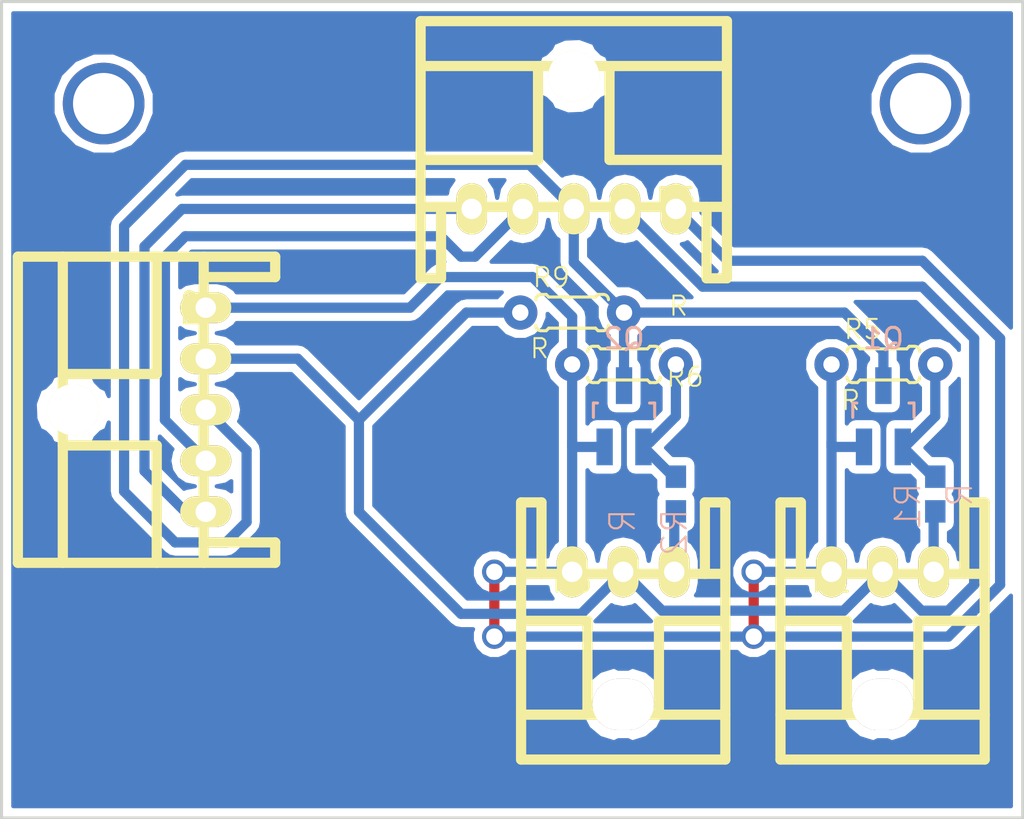
<source format=kicad_pcb>
(kicad_pcb (version 4) (host pcbnew 4.0.4-stable)

  (general
    (links 23)
    (no_connects 0)
    (area -0.075001 -0.075001 50.075001 40.075001)
    (thickness 1.6)
    (drawings 4)
    (tracks 89)
    (zones 0)
    (modules 11)
    (nets 10)
  )

  (page A4)
  (layers
    (0 F.Cu signal)
    (31 B.Cu signal)
    (32 B.Adhes user)
    (33 F.Adhes user)
    (34 B.Paste user)
    (35 F.Paste user)
    (36 B.SilkS user)
    (37 F.SilkS user)
    (38 B.Mask user)
    (39 F.Mask user)
    (40 Dwgs.User user)
    (41 Cmts.User user)
    (42 Eco1.User user)
    (43 Eco2.User user)
    (44 Edge.Cuts user)
    (45 Margin user)
    (46 B.CrtYd user)
    (47 F.CrtYd user)
    (48 B.Fab user)
    (49 F.Fab user)
  )

  (setup
    (last_trace_width 0.5)
    (user_trace_width 0.5)
    (user_trace_width 1)
    (trace_clearance 0.2)
    (zone_clearance 0.4)
    (zone_45_only no)
    (trace_min 0.2)
    (segment_width 0.2)
    (edge_width 0.15)
    (via_size 0.6)
    (via_drill 0.4)
    (via_min_size 0.4)
    (via_min_drill 0.3)
    (user_via 1.2 0.8)
    (user_via 4 3)
    (uvia_size 0.3)
    (uvia_drill 0.1)
    (uvias_allowed no)
    (uvia_min_size 0.2)
    (uvia_min_drill 0.1)
    (pcb_text_width 0.3)
    (pcb_text_size 1.5 1.5)
    (mod_edge_width 0.15)
    (mod_text_size 1 1)
    (mod_text_width 0.15)
    (pad_size 1.524 1.524)
    (pad_drill 0.762)
    (pad_to_mask_clearance 0.2)
    (aux_axis_origin 0 0)
    (visible_elements 7FFFFFFF)
    (pcbplotparams
      (layerselection 0x01000_80000000)
      (usegerberextensions false)
      (excludeedgelayer true)
      (linewidth 0.100000)
      (plotframeref false)
      (viasonmask false)
      (mode 1)
      (useauxorigin false)
      (hpglpennumber 1)
      (hpglpenspeed 20)
      (hpglpendiameter 15)
      (hpglpenoverlay 2)
      (psnegative false)
      (psa4output false)
      (plotreference true)
      (plotvalue true)
      (plotinvisibletext false)
      (padsonsilk false)
      (subtractmaskfromsilk false)
      (outputformat 1)
      (mirror false)
      (drillshape 0)
      (scaleselection 1)
      (outputdirectory ""))
  )

  (net 0 "")
  (net 1 GND)
  (net 2 +5V)
  (net 3 "Net-(P1-Pad3)")
  (net 4 "Net-(P3-Pad3)")
  (net 5 /OUT_A)
  (net 6 "Net-(Q1-PadG)")
  (net 7 "Net-(Q2-PadG)")
  (net 8 "Net-(P2-Pad4)")
  (net 9 "Net-(P2-Pad5)")

  (net_class Default "これは標準のネット クラスです。"
    (clearance 0.2)
    (trace_width 0.25)
    (via_dia 0.6)
    (via_drill 0.4)
    (uvia_dia 0.3)
    (uvia_drill 0.1)
    (add_net +5V)
    (add_net /OUT_A)
    (add_net GND)
    (add_net "Net-(P1-Pad3)")
    (add_net "Net-(P2-Pad4)")
    (add_net "Net-(P2-Pad5)")
    (add_net "Net-(P3-Pad3)")
    (add_net "Net-(Q1-PadG)")
    (add_net "Net-(Q2-PadG)")
  )

  (module RP_KiCAD_Connector:XA_3L (layer F.Cu) (tedit 5763B259) (tstamp 57AAA5F0)
    (at 40.64 27.94)
    (path /57A316B9)
    (fp_text reference P1 (at 0 0.5) (layer F.SilkS)
      (effects (font (size 1 1) (thickness 0.15)))
    )
    (fp_text value CONN_01X03 (at 0 -0.5) (layer F.Fab)
      (effects (font (size 1 1) (thickness 0.15)))
    )
    (fp_line (start 6.5 -3.4) (end 6.5 0.1) (layer F.SilkS) (width 0.5))
    (fp_line (start -2.5 -3.4) (end -1.5 -3.4) (layer F.SilkS) (width 0.5))
    (fp_line (start -1.5 -3.4) (end -1.5 0.1) (layer F.SilkS) (width 0.5))
    (fp_line (start 7.5 0.1) (end -2.5 0.1) (layer F.SilkS) (width 0.5))
    (fp_line (start 7.5 -3.4) (end 6.5 -3.4) (layer F.SilkS) (width 0.5))
    (fp_line (start 4.25 2.4) (end 7.5 2.4) (layer F.SilkS) (width 0.5))
    (fp_line (start 0.75 2.4) (end -2.5 2.4) (layer F.SilkS) (width 0.5))
    (fp_line (start 4.25 2.4) (end 4.25 7) (layer F.SilkS) (width 0.5))
    (fp_line (start 0.75 2.4) (end 0.75 7) (layer F.SilkS) (width 0.5))
    (fp_line (start -2.5 7) (end 7.5 7) (layer F.SilkS) (width 0.5))
    (fp_line (start 7.5 -3.4) (end 7.5 9.2) (layer F.SilkS) (width 0.5))
    (fp_line (start 7.5 9.2) (end -2.5 9.2) (layer F.SilkS) (width 0.5))
    (fp_line (start -2.5 -3.4) (end -2.5 9.2) (layer F.SilkS) (width 0.5))
    (pad 1 thru_hole oval (at 0 0) (size 1.5 2.5) (drill 1) (layers *.Cu *.Mask F.SilkS)
      (net 1 GND))
    (pad 2 thru_hole oval (at 2.5 0) (size 1.5 2.5) (drill 1) (layers *.Cu *.Mask F.SilkS)
      (net 2 +5V))
    (pad 3 thru_hole oval (at 5 0) (size 1.5 2.5) (drill 1) (layers *.Cu *.Mask F.SilkS)
      (net 3 "Net-(P1-Pad3)"))
    (pad "" thru_hole oval (at 2.5 6.5) (size 3 2.5) (drill oval 3 2.5) (layers *.Cu *.Mask F.SilkS))
    (model conn_XA/XA_3S.wrl
      (at (xyz 0.1 -0.2 0))
      (scale (xyz 4 4 4))
      (rotate (xyz 0 0 180))
    )
  )

  (module RP_KiCAD_Connector:XA_3L (layer F.Cu) (tedit 5763B259) (tstamp 57AAA600)
    (at 27.94 27.94)
    (path /57A31705)
    (fp_text reference P3 (at 0 0.5) (layer F.SilkS)
      (effects (font (size 1 1) (thickness 0.15)))
    )
    (fp_text value CONN_01X03 (at 0 -0.5) (layer F.Fab)
      (effects (font (size 1 1) (thickness 0.15)))
    )
    (fp_line (start 6.5 -3.4) (end 6.5 0.1) (layer F.SilkS) (width 0.5))
    (fp_line (start -2.5 -3.4) (end -1.5 -3.4) (layer F.SilkS) (width 0.5))
    (fp_line (start -1.5 -3.4) (end -1.5 0.1) (layer F.SilkS) (width 0.5))
    (fp_line (start 7.5 0.1) (end -2.5 0.1) (layer F.SilkS) (width 0.5))
    (fp_line (start 7.5 -3.4) (end 6.5 -3.4) (layer F.SilkS) (width 0.5))
    (fp_line (start 4.25 2.4) (end 7.5 2.4) (layer F.SilkS) (width 0.5))
    (fp_line (start 0.75 2.4) (end -2.5 2.4) (layer F.SilkS) (width 0.5))
    (fp_line (start 4.25 2.4) (end 4.25 7) (layer F.SilkS) (width 0.5))
    (fp_line (start 0.75 2.4) (end 0.75 7) (layer F.SilkS) (width 0.5))
    (fp_line (start -2.5 7) (end 7.5 7) (layer F.SilkS) (width 0.5))
    (fp_line (start 7.5 -3.4) (end 7.5 9.2) (layer F.SilkS) (width 0.5))
    (fp_line (start 7.5 9.2) (end -2.5 9.2) (layer F.SilkS) (width 0.5))
    (fp_line (start -2.5 -3.4) (end -2.5 9.2) (layer F.SilkS) (width 0.5))
    (pad 1 thru_hole oval (at 0 0) (size 1.5 2.5) (drill 1) (layers *.Cu *.Mask F.SilkS)
      (net 1 GND))
    (pad 2 thru_hole oval (at 2.5 0) (size 1.5 2.5) (drill 1) (layers *.Cu *.Mask F.SilkS)
      (net 2 +5V))
    (pad 3 thru_hole oval (at 5 0) (size 1.5 2.5) (drill 1) (layers *.Cu *.Mask F.SilkS)
      (net 4 "Net-(P3-Pad3)"))
    (pad "" thru_hole oval (at 2.5 6.5) (size 3 2.5) (drill oval 3 2.5) (layers *.Cu *.Mask F.SilkS))
    (model conn_XA/XA_3S.wrl
      (at (xyz 0.1 -0.2 0))
      (scale (xyz 4 4 4))
      (rotate (xyz 0 0 180))
    )
  )

  (module RP_KiCAD_Connector:XA_5L (layer F.Cu) (tedit 5763BBD9) (tstamp 57AAA612)
    (at 33.02 10.16 180)
    (path /57A33DF3)
    (fp_text reference P5 (at 0 0.5 180) (layer F.SilkS)
      (effects (font (size 1 1) (thickness 0.15)))
    )
    (fp_text value CONN_01X05 (at 0 -0.5 180) (layer F.Fab)
      (effects (font (size 1 1) (thickness 0.15)))
    )
    (fp_line (start -2.5 -3.4) (end -1.5 -3.4) (layer F.SilkS) (width 0.5))
    (fp_line (start -1.5 -3.4) (end -1.5 0.1) (layer F.SilkS) (width 0.5))
    (fp_line (start 12.5 -3.4) (end 11.5 -3.4) (layer F.SilkS) (width 0.5))
    (fp_line (start 11.5 -3.4) (end 11.5 0.1) (layer F.SilkS) (width 0.5))
    (fp_line (start -2.5 0.1) (end 12.5 0.1) (layer F.SilkS) (width 0.5))
    (fp_line (start 3.25 2.4) (end -2.5 2.4) (layer F.SilkS) (width 0.5))
    (fp_line (start 6.75 2.4) (end 12.5 2.4) (layer F.SilkS) (width 0.5))
    (fp_line (start 6.75 2.4) (end 6.75 7) (layer F.SilkS) (width 0.5))
    (fp_line (start 3.25 2.4) (end 3.25 7) (layer F.SilkS) (width 0.5))
    (fp_line (start -2.5 7) (end 12.5 7) (layer F.SilkS) (width 0.5))
    (fp_line (start 12.5 -3.4) (end 12.5 9.2) (layer F.SilkS) (width 0.5))
    (fp_line (start 12.5 9.2) (end -2.5 9.2) (layer F.SilkS) (width 0.5))
    (fp_line (start -2.5 -3.4) (end -2.5 9.2) (layer F.SilkS) (width 0.5))
    (pad 1 thru_hole oval (at 0 0 180) (size 1.5 2.5) (drill 1) (layers *.Cu *.Mask F.SilkS)
      (net 1 GND))
    (pad 2 thru_hole oval (at 2.5 0 180) (size 1.5 2.5) (drill 1) (layers *.Cu *.Mask F.SilkS)
      (net 2 +5V))
    (pad 3 thru_hole oval (at 5 0 180) (size 1.5 2.5) (drill 1) (layers *.Cu *.Mask F.SilkS)
      (net 5 /OUT_A))
    (pad 4 thru_hole oval (at 7.5 0 180) (size 1.5 2.5) (drill 1) (layers *.Cu *.Mask F.SilkS)
      (net 8 "Net-(P2-Pad4)"))
    (pad 5 thru_hole oval (at 10 0 180) (size 1.5 2.5) (drill 1) (layers *.Cu *.Mask F.SilkS)
      (net 9 "Net-(P2-Pad5)"))
    (pad "" np_thru_hole circle (at 5 6.5 180) (size 2.5 2.5) (drill 2.5) (layers *.Cu *.Mask F.SilkS))
    (model conn_XA/XA_5S.wrl
      (at (xyz 0.2 -0.2 0))
      (scale (xyz 4 4 4))
      (rotate (xyz 0 0 180))
    )
  )

  (module TO_SOT_Packages_SMD:SOT-23_Handsoldering (layer B.Cu) (tedit 56FA59B0) (tstamp 57AAA619)
    (at 43.18 20.32 180)
    (descr "SOT-23, Handsoldering")
    (tags SOT-23)
    (path /57A3172B)
    (attr smd)
    (fp_text reference Q1 (at 0 3.81 180) (layer B.SilkS)
      (effects (font (size 1 1) (thickness 0.15)) (justify mirror))
    )
    (fp_text value MOSFET_N (at 0 -3.81 180) (layer B.Fab)
      (effects (font (size 1 1) (thickness 0.15)) (justify mirror))
    )
    (fp_line (start -1.49982 -0.0508) (end -1.49982 0.65024) (layer B.SilkS) (width 0.15))
    (fp_line (start -1.49982 0.65024) (end -1.2509 0.65024) (layer B.SilkS) (width 0.15))
    (fp_line (start 1.29916 0.65024) (end 1.49982 0.65024) (layer B.SilkS) (width 0.15))
    (fp_line (start 1.49982 0.65024) (end 1.49982 -0.0508) (layer B.SilkS) (width 0.15))
    (pad G smd rect (at -0.95 -1.50114 180) (size 0.8001 1.80086) (layers B.Cu B.Paste B.Mask)
      (net 6 "Net-(Q1-PadG)"))
    (pad S smd rect (at 0.95 -1.50114 180) (size 0.8001 1.80086) (layers B.Cu B.Paste B.Mask)
      (net 1 GND))
    (pad D smd rect (at 0 1.50114 180) (size 0.8001 1.80086) (layers B.Cu B.Paste B.Mask)
      (net 5 /OUT_A))
    (model TO_SOT_Packages_SMD.3dshapes/SOT-23_Handsoldering.wrl
      (at (xyz 0 0 0))
      (scale (xyz 1 1 1))
      (rotate (xyz 0 0 0))
    )
  )

  (module TO_SOT_Packages_SMD:SOT-23_Handsoldering (layer B.Cu) (tedit 56FA59B0) (tstamp 57AAA620)
    (at 30.48 20.32 180)
    (descr "SOT-23, Handsoldering")
    (tags SOT-23)
    (path /57A31811)
    (attr smd)
    (fp_text reference Q2 (at 0 3.81 180) (layer B.SilkS)
      (effects (font (size 1 1) (thickness 0.15)) (justify mirror))
    )
    (fp_text value MOSFET_N (at 0 -3.81 180) (layer B.Fab)
      (effects (font (size 1 1) (thickness 0.15)) (justify mirror))
    )
    (fp_line (start -1.49982 -0.0508) (end -1.49982 0.65024) (layer B.SilkS) (width 0.15))
    (fp_line (start -1.49982 0.65024) (end -1.2509 0.65024) (layer B.SilkS) (width 0.15))
    (fp_line (start 1.29916 0.65024) (end 1.49982 0.65024) (layer B.SilkS) (width 0.15))
    (fp_line (start 1.49982 0.65024) (end 1.49982 -0.0508) (layer B.SilkS) (width 0.15))
    (pad G smd rect (at -0.95 -1.50114 180) (size 0.8001 1.80086) (layers B.Cu B.Paste B.Mask)
      (net 7 "Net-(Q2-PadG)"))
    (pad S smd rect (at 0.95 -1.50114 180) (size 0.8001 1.80086) (layers B.Cu B.Paste B.Mask)
      (net 1 GND))
    (pad D smd rect (at 0 1.50114 180) (size 0.8001 1.80086) (layers B.Cu B.Paste B.Mask)
      (net 5 /OUT_A))
    (model TO_SOT_Packages_SMD.3dshapes/SOT-23_Handsoldering.wrl
      (at (xyz 0 0 0))
      (scale (xyz 1 1 1))
      (rotate (xyz 0 0 0))
    )
  )

  (module RP_KiCAD_Libs:0204_2f5 (layer F.Cu) (tedit 0) (tstamp 57AAA64C)
    (at 43.18 17.78)
    (descr "<b>RESISTOR</b><p>\ntype 0204, grid 5 mm")
    (path /57A318F2)
    (fp_text reference R5 (at -2.0066 -1.1684) (layer F.SilkS)
      (effects (font (size 0.94107 0.94107) (thickness 0.09906)) (justify left bottom))
    )
    (fp_text value R (at -2.1336 2.3114) (layer F.SilkS)
      (effects (font (size 0.94107 0.94107) (thickness 0.09906)) (justify left bottom))
    )
    (fp_line (start 2.54 0) (end 2.032 0) (layer Dwgs.User) (width 0.508))
    (fp_line (start -2.54 0) (end -2.032 0) (layer Dwgs.User) (width 0.508))
    (fp_arc (start -1.524 -0.635) (end -1.778 -0.635) (angle 90) (layer F.SilkS) (width 0.1524))
    (fp_arc (start -1.524 0.635) (end -1.778 0.635) (angle -90) (layer F.SilkS) (width 0.1524))
    (fp_arc (start 1.524 0.635) (end 1.524 0.889) (angle -90) (layer F.SilkS) (width 0.1524))
    (fp_arc (start 1.524 -0.635) (end 1.524 -0.889) (angle 90) (layer F.SilkS) (width 0.1524))
    (fp_line (start -1.778 0.635) (end -1.778 -0.635) (layer Dwgs.User) (width 0.1524))
    (fp_line (start -1.524 -0.889) (end -1.27 -0.889) (layer F.SilkS) (width 0.1524))
    (fp_line (start -1.143 -0.762) (end -1.27 -0.889) (layer F.SilkS) (width 0.1524))
    (fp_line (start -1.524 0.889) (end -1.27 0.889) (layer F.SilkS) (width 0.1524))
    (fp_line (start -1.143 0.762) (end -1.27 0.889) (layer F.SilkS) (width 0.1524))
    (fp_line (start 1.143 -0.762) (end 1.27 -0.889) (layer F.SilkS) (width 0.1524))
    (fp_line (start 1.143 -0.762) (end -1.143 -0.762) (layer F.SilkS) (width 0.1524))
    (fp_line (start 1.143 0.762) (end 1.27 0.889) (layer F.SilkS) (width 0.1524))
    (fp_line (start 1.143 0.762) (end -1.143 0.762) (layer F.SilkS) (width 0.1524))
    (fp_line (start 1.524 -0.889) (end 1.27 -0.889) (layer F.SilkS) (width 0.1524))
    (fp_line (start 1.524 0.889) (end 1.27 0.889) (layer F.SilkS) (width 0.1524))
    (fp_line (start 1.778 0.635) (end 1.778 -0.635) (layer Dwgs.User) (width 0.1524))
    (fp_poly (pts (xy -2.032 0.254) (xy -1.778 0.254) (xy -1.778 -0.254) (xy -2.032 -0.254)) (layer Dwgs.User) (width 0))
    (fp_poly (pts (xy 1.778 0.254) (xy 2.032 0.254) (xy 2.032 -0.254) (xy 1.778 -0.254)) (layer Dwgs.User) (width 0))
    (pad 1 thru_hole circle (at -2.54 0) (size 1.6764 1.6764) (drill 0.8) (layers *.Cu *.Mask)
      (net 1 GND))
    (pad 2 thru_hole circle (at 2.54 0) (size 1.6764 1.6764) (drill 0.8) (layers *.Cu *.Mask)
      (net 6 "Net-(Q1-PadG)"))
    (model discret/resistors/horizontal/r_h_1R.wrl
      (at (xyz 0 0 0))
      (scale (xyz 0.2 0.2 0.2))
      (rotate (xyz 0 0 0))
    )
  )

  (module RP_KiCAD_Libs:0204_2f5 (layer F.Cu) (tedit 0) (tstamp 57AAA652)
    (at 30.48 17.78 180)
    (descr "<b>RESISTOR</b><p>\ntype 0204, grid 5 mm")
    (path /57A31A2D)
    (fp_text reference R6 (at -2.0066 -1.1684 180) (layer F.SilkS)
      (effects (font (size 0.94107 0.94107) (thickness 0.09906)) (justify left bottom))
    )
    (fp_text value R (at -2.1336 2.3114 180) (layer F.SilkS)
      (effects (font (size 0.94107 0.94107) (thickness 0.09906)) (justify left bottom))
    )
    (fp_line (start 2.54 0) (end 2.032 0) (layer Dwgs.User) (width 0.508))
    (fp_line (start -2.54 0) (end -2.032 0) (layer Dwgs.User) (width 0.508))
    (fp_arc (start -1.524 -0.635) (end -1.778 -0.635) (angle 90) (layer F.SilkS) (width 0.1524))
    (fp_arc (start -1.524 0.635) (end -1.778 0.635) (angle -90) (layer F.SilkS) (width 0.1524))
    (fp_arc (start 1.524 0.635) (end 1.524 0.889) (angle -90) (layer F.SilkS) (width 0.1524))
    (fp_arc (start 1.524 -0.635) (end 1.524 -0.889) (angle 90) (layer F.SilkS) (width 0.1524))
    (fp_line (start -1.778 0.635) (end -1.778 -0.635) (layer Dwgs.User) (width 0.1524))
    (fp_line (start -1.524 -0.889) (end -1.27 -0.889) (layer F.SilkS) (width 0.1524))
    (fp_line (start -1.143 -0.762) (end -1.27 -0.889) (layer F.SilkS) (width 0.1524))
    (fp_line (start -1.524 0.889) (end -1.27 0.889) (layer F.SilkS) (width 0.1524))
    (fp_line (start -1.143 0.762) (end -1.27 0.889) (layer F.SilkS) (width 0.1524))
    (fp_line (start 1.143 -0.762) (end 1.27 -0.889) (layer F.SilkS) (width 0.1524))
    (fp_line (start 1.143 -0.762) (end -1.143 -0.762) (layer F.SilkS) (width 0.1524))
    (fp_line (start 1.143 0.762) (end 1.27 0.889) (layer F.SilkS) (width 0.1524))
    (fp_line (start 1.143 0.762) (end -1.143 0.762) (layer F.SilkS) (width 0.1524))
    (fp_line (start 1.524 -0.889) (end 1.27 -0.889) (layer F.SilkS) (width 0.1524))
    (fp_line (start 1.524 0.889) (end 1.27 0.889) (layer F.SilkS) (width 0.1524))
    (fp_line (start 1.778 0.635) (end 1.778 -0.635) (layer Dwgs.User) (width 0.1524))
    (fp_poly (pts (xy -2.032 0.254) (xy -1.778 0.254) (xy -1.778 -0.254) (xy -2.032 -0.254)) (layer Dwgs.User) (width 0))
    (fp_poly (pts (xy 1.778 0.254) (xy 2.032 0.254) (xy 2.032 -0.254) (xy 1.778 -0.254)) (layer Dwgs.User) (width 0))
    (pad 1 thru_hole circle (at -2.54 0 180) (size 1.6764 1.6764) (drill 0.8) (layers *.Cu *.Mask)
      (net 7 "Net-(Q2-PadG)"))
    (pad 2 thru_hole circle (at 2.54 0 180) (size 1.6764 1.6764) (drill 0.8) (layers *.Cu *.Mask)
      (net 1 GND))
    (model discret/resistors/horizontal/r_h_1R.wrl
      (at (xyz 0 0 0))
      (scale (xyz 0.2 0.2 0.2))
      (rotate (xyz 0 0 0))
    )
  )

  (module RP_KiCAD_Libs:0204_2f5 (layer F.Cu) (tedit 0) (tstamp 57AAA664)
    (at 27.94 15.24)
    (descr "<b>RESISTOR</b><p>\ntype 0204, grid 5 mm")
    (path /57A3452D)
    (fp_text reference R9 (at -2.0066 -1.1684) (layer F.SilkS)
      (effects (font (size 0.94107 0.94107) (thickness 0.09906)) (justify left bottom))
    )
    (fp_text value R (at -2.1336 2.3114) (layer F.SilkS)
      (effects (font (size 0.94107 0.94107) (thickness 0.09906)) (justify left bottom))
    )
    (fp_line (start 2.54 0) (end 2.032 0) (layer Dwgs.User) (width 0.508))
    (fp_line (start -2.54 0) (end -2.032 0) (layer Dwgs.User) (width 0.508))
    (fp_arc (start -1.524 -0.635) (end -1.778 -0.635) (angle 90) (layer F.SilkS) (width 0.1524))
    (fp_arc (start -1.524 0.635) (end -1.778 0.635) (angle -90) (layer F.SilkS) (width 0.1524))
    (fp_arc (start 1.524 0.635) (end 1.524 0.889) (angle -90) (layer F.SilkS) (width 0.1524))
    (fp_arc (start 1.524 -0.635) (end 1.524 -0.889) (angle 90) (layer F.SilkS) (width 0.1524))
    (fp_line (start -1.778 0.635) (end -1.778 -0.635) (layer Dwgs.User) (width 0.1524))
    (fp_line (start -1.524 -0.889) (end -1.27 -0.889) (layer F.SilkS) (width 0.1524))
    (fp_line (start -1.143 -0.762) (end -1.27 -0.889) (layer F.SilkS) (width 0.1524))
    (fp_line (start -1.524 0.889) (end -1.27 0.889) (layer F.SilkS) (width 0.1524))
    (fp_line (start -1.143 0.762) (end -1.27 0.889) (layer F.SilkS) (width 0.1524))
    (fp_line (start 1.143 -0.762) (end 1.27 -0.889) (layer F.SilkS) (width 0.1524))
    (fp_line (start 1.143 -0.762) (end -1.143 -0.762) (layer F.SilkS) (width 0.1524))
    (fp_line (start 1.143 0.762) (end 1.27 0.889) (layer F.SilkS) (width 0.1524))
    (fp_line (start 1.143 0.762) (end -1.143 0.762) (layer F.SilkS) (width 0.1524))
    (fp_line (start 1.524 -0.889) (end 1.27 -0.889) (layer F.SilkS) (width 0.1524))
    (fp_line (start 1.524 0.889) (end 1.27 0.889) (layer F.SilkS) (width 0.1524))
    (fp_line (start 1.778 0.635) (end 1.778 -0.635) (layer Dwgs.User) (width 0.1524))
    (fp_poly (pts (xy -2.032 0.254) (xy -1.778 0.254) (xy -1.778 -0.254) (xy -2.032 -0.254)) (layer Dwgs.User) (width 0))
    (fp_poly (pts (xy 1.778 0.254) (xy 2.032 0.254) (xy 2.032 -0.254) (xy 1.778 -0.254)) (layer Dwgs.User) (width 0))
    (pad 1 thru_hole circle (at -2.54 0) (size 1.6764 1.6764) (drill 0.8) (layers *.Cu *.Mask)
      (net 2 +5V))
    (pad 2 thru_hole circle (at 2.54 0) (size 1.6764 1.6764) (drill 0.8) (layers *.Cu *.Mask)
      (net 5 /OUT_A))
    (model discret/resistors/horizontal/r_h_1R.wrl
      (at (xyz 0 0 0))
      (scale (xyz 0.2 0.2 0.2))
      (rotate (xyz 0 0 0))
    )
  )

  (module RP_KiCAD_Libs:C1608 (layer B.Cu) (tedit 0) (tstamp 57AAA975)
    (at 45.72 24.13 270)
    (descr <b>CAPACITOR</b>)
    (path /57A3188D)
    (fp_text reference R1 (at -0.635 0.635 270) (layer B.SilkS)
      (effects (font (size 1.2065 1.2065) (thickness 0.1016)) (justify left bottom mirror))
    )
    (fp_text value R (at -0.635 -1.905 270) (layer B.SilkS)
      (effects (font (size 1.2065 1.2065) (thickness 0.1016)) (justify left bottom mirror))
    )
    (fp_line (start -0.356 0.432) (end 0.356 0.432) (layer Dwgs.User) (width 0.1016))
    (fp_line (start -0.356 -0.419) (end 0.356 -0.419) (layer Dwgs.User) (width 0.1016))
    (fp_poly (pts (xy -0.8382 -0.4699) (xy -0.3381 -0.4699) (xy -0.3381 0.4801) (xy -0.8382 0.4801)) (layer Dwgs.User) (width 0))
    (fp_poly (pts (xy 0.3302 -0.4699) (xy 0.8303 -0.4699) (xy 0.8303 0.4801) (xy 0.3302 0.4801)) (layer Dwgs.User) (width 0))
    (fp_poly (pts (xy -0.1999 -0.3) (xy 0.1999 -0.3) (xy 0.1999 0.3) (xy -0.1999 0.3)) (layer B.Adhes) (width 0))
    (pad 1 smd rect (at -0.85 0 270) (size 1.1 1) (layers B.Cu B.Paste B.Mask)
      (net 6 "Net-(Q1-PadG)"))
    (pad 2 smd rect (at 0.85 0 270) (size 1.1 1) (layers B.Cu B.Paste B.Mask)
      (net 3 "Net-(P1-Pad3)"))
    (model Resistors_SMD.3dshapes/R_0603.wrl
      (at (xyz 0 0 0))
      (scale (xyz 1 1 1))
      (rotate (xyz 0 0 0))
    )
  )

  (module RP_KiCAD_Libs:C1608 (layer B.Cu) (tedit 0) (tstamp 57AAA97A)
    (at 33.02 24.13 90)
    (descr <b>CAPACITOR</b>)
    (path /57A31926)
    (fp_text reference R2 (at -0.635 0.635 90) (layer B.SilkS)
      (effects (font (size 1.2065 1.2065) (thickness 0.1016)) (justify left bottom mirror))
    )
    (fp_text value R (at -0.635 -1.905 90) (layer B.SilkS)
      (effects (font (size 1.2065 1.2065) (thickness 0.1016)) (justify left bottom mirror))
    )
    (fp_line (start -0.356 0.432) (end 0.356 0.432) (layer Dwgs.User) (width 0.1016))
    (fp_line (start -0.356 -0.419) (end 0.356 -0.419) (layer Dwgs.User) (width 0.1016))
    (fp_poly (pts (xy -0.8382 -0.4699) (xy -0.3381 -0.4699) (xy -0.3381 0.4801) (xy -0.8382 0.4801)) (layer Dwgs.User) (width 0))
    (fp_poly (pts (xy 0.3302 -0.4699) (xy 0.8303 -0.4699) (xy 0.8303 0.4801) (xy 0.3302 0.4801)) (layer Dwgs.User) (width 0))
    (fp_poly (pts (xy -0.1999 -0.3) (xy 0.1999 -0.3) (xy 0.1999 0.3) (xy -0.1999 0.3)) (layer B.Adhes) (width 0))
    (pad 1 smd rect (at -0.85 0 90) (size 1.1 1) (layers B.Cu B.Paste B.Mask)
      (net 4 "Net-(P3-Pad3)"))
    (pad 2 smd rect (at 0.85 0 90) (size 1.1 1) (layers B.Cu B.Paste B.Mask)
      (net 7 "Net-(Q2-PadG)"))
    (model Resistors_SMD.3dshapes/R_0603.wrl
      (at (xyz 0 0 0))
      (scale (xyz 1 1 1))
      (rotate (xyz 0 0 0))
    )
  )

  (module RP_KiCAD_Connector:XA_5L (layer F.Cu) (tedit 5763BBD9) (tstamp 5816DD74)
    (at 10 15 270)
    (path /5816E090)
    (fp_text reference P2 (at 0 0.5 270) (layer F.SilkS)
      (effects (font (size 1 1) (thickness 0.15)))
    )
    (fp_text value CONN_01X05 (at 0 -0.5 270) (layer F.Fab)
      (effects (font (size 1 1) (thickness 0.15)))
    )
    (fp_line (start -2.5 -3.4) (end -1.5 -3.4) (layer F.SilkS) (width 0.5))
    (fp_line (start -1.5 -3.4) (end -1.5 0.1) (layer F.SilkS) (width 0.5))
    (fp_line (start 12.5 -3.4) (end 11.5 -3.4) (layer F.SilkS) (width 0.5))
    (fp_line (start 11.5 -3.4) (end 11.5 0.1) (layer F.SilkS) (width 0.5))
    (fp_line (start -2.5 0.1) (end 12.5 0.1) (layer F.SilkS) (width 0.5))
    (fp_line (start 3.25 2.4) (end -2.5 2.4) (layer F.SilkS) (width 0.5))
    (fp_line (start 6.75 2.4) (end 12.5 2.4) (layer F.SilkS) (width 0.5))
    (fp_line (start 6.75 2.4) (end 6.75 7) (layer F.SilkS) (width 0.5))
    (fp_line (start 3.25 2.4) (end 3.25 7) (layer F.SilkS) (width 0.5))
    (fp_line (start -2.5 7) (end 12.5 7) (layer F.SilkS) (width 0.5))
    (fp_line (start 12.5 -3.4) (end 12.5 9.2) (layer F.SilkS) (width 0.5))
    (fp_line (start 12.5 9.2) (end -2.5 9.2) (layer F.SilkS) (width 0.5))
    (fp_line (start -2.5 -3.4) (end -2.5 9.2) (layer F.SilkS) (width 0.5))
    (pad 1 thru_hole oval (at 0 0 270) (size 1.5 2.5) (drill 1) (layers *.Cu *.Mask F.SilkS)
      (net 1 GND))
    (pad 2 thru_hole oval (at 2.5 0 270) (size 1.5 2.5) (drill 1) (layers *.Cu *.Mask F.SilkS)
      (net 2 +5V))
    (pad 3 thru_hole oval (at 5 0 270) (size 1.5 2.5) (drill 1) (layers *.Cu *.Mask F.SilkS)
      (net 5 /OUT_A))
    (pad 4 thru_hole oval (at 7.5 0 270) (size 1.5 2.5) (drill 1) (layers *.Cu *.Mask F.SilkS)
      (net 8 "Net-(P2-Pad4)"))
    (pad 5 thru_hole oval (at 10 0 270) (size 1.5 2.5) (drill 1) (layers *.Cu *.Mask F.SilkS)
      (net 9 "Net-(P2-Pad5)"))
    (pad "" np_thru_hole circle (at 5 6.5 270) (size 2.5 2.5) (drill 2.5) (layers *.Cu *.Mask F.SilkS))
    (model conn_XA/XA_5S.wrl
      (at (xyz 0.2 -0.2 0))
      (scale (xyz 4 4 4))
      (rotate (xyz 0 0 180))
    )
  )

  (gr_line (start 50 0) (end 0 0) (angle 90) (layer Edge.Cuts) (width 0.15))
  (gr_line (start 50 40) (end 50 0) (angle 90) (layer Edge.Cuts) (width 0.15))
  (gr_line (start 0 40) (end 50 40) (angle 90) (layer Edge.Cuts) (width 0.15))
  (gr_line (start 0 0) (end 0 40) (angle 90) (layer Edge.Cuts) (width 0.15))

  (via (at 45 5) (size 4) (drill 3) (layers F.Cu B.Cu) (net 0))
  (via (at 5 5) (size 4) (drill 3) (layers F.Cu B.Cu) (net 0))
  (segment (start 10 15) (end 20 15) (width 0.5) (layer B.Cu) (net 1) (status 400000))
  (segment (start 27.94 15.44) (end 27.94 17.78) (width 0.5) (layer B.Cu) (net 1) (tstamp 5816DE47) (status 800000))
  (segment (start 26 13.5) (end 27.94 15.44) (width 0.5) (layer B.Cu) (net 1) (tstamp 5816DE46))
  (segment (start 21.5 13.5) (end 26 13.5) (width 0.5) (layer B.Cu) (net 1) (tstamp 5816DE45))
  (segment (start 20 15) (end 21.5 13.5) (width 0.5) (layer B.Cu) (net 1) (tstamp 5816DE44))
  (segment (start 36.83 31.115) (end 46.355 31.115) (width 0.5) (layer B.Cu) (net 1))
  (segment (start 35.56 12.7) (end 33.02 10.16) (width 0.5) (layer B.Cu) (net 1) (tstamp 57AAAA5C))
  (segment (start 45.085 12.7) (end 35.56 12.7) (width 0.5) (layer B.Cu) (net 1) (tstamp 57AAAA5A))
  (segment (start 48.895 16.51) (end 45.085 12.7) (width 0.5) (layer B.Cu) (net 1) (tstamp 57AAAA58))
  (segment (start 48.895 28.575) (end 48.895 16.51) (width 0.5) (layer B.Cu) (net 1) (tstamp 57AAAA56))
  (segment (start 46.355 31.115) (end 48.895 28.575) (width 0.5) (layer B.Cu) (net 1) (tstamp 57AAAA54))
  (segment (start 24.13 31.115) (end 36.83 31.115) (width 0.5) (layer B.Cu) (net 1))
  (segment (start 36.83 27.94) (end 40.64 27.94) (width 0.5) (layer B.Cu) (net 1) (tstamp 57AAAA3F))
  (via (at 36.83 27.94) (size 1.2) (drill 0.8) (layers F.Cu B.Cu) (net 1))
  (segment (start 36.83 31.115) (end 36.83 27.94) (width 0.5) (layer F.Cu) (net 1) (tstamp 57AAAA3C))
  (via (at 36.83 31.115) (size 1.2) (drill 0.8) (layers F.Cu B.Cu) (net 1))
  (segment (start 24.13 27.94) (end 27.94 27.94) (width 0.5) (layer B.Cu) (net 1) (tstamp 57AAAA37))
  (via (at 24.13 27.94) (size 1.2) (drill 0.8) (layers F.Cu B.Cu) (net 1))
  (segment (start 24.13 31.115) (end 24.13 27.94) (width 0.5) (layer F.Cu) (net 1) (tstamp 57AAAA34))
  (via (at 24.13 31.115) (size 1.2) (drill 0.8) (layers F.Cu B.Cu) (net 1))
  (segment (start 29.53 21.82114) (end 27.94 21.82114) (width 0.5) (layer B.Cu) (net 1))
  (segment (start 27.94 21.82114) (end 27.94 21.59) (width 0.5) (layer B.Cu) (net 1) (tstamp 57AAA835))
  (segment (start 42.23 21.82114) (end 40.64 21.82114) (width 0.5) (layer B.Cu) (net 1))
  (segment (start 40.64 21.82114) (end 40.64 21.59) (width 0.5) (layer B.Cu) (net 1) (tstamp 57AAA830))
  (segment (start 40.64 17.78) (end 40.64 21.59) (width 0.5) (layer B.Cu) (net 1))
  (segment (start 40.64 21.59) (end 40.64 27.94) (width 0.5) (layer B.Cu) (net 1) (tstamp 57AAA833))
  (segment (start 27.94 27.94) (end 27.94 21.59) (width 0.5) (layer B.Cu) (net 1))
  (segment (start 27.94 21.59) (end 27.94 17.78) (width 0.5) (layer B.Cu) (net 1) (tstamp 57AAA838))
  (segment (start 25.4 15.24) (end 22.76 15.24) (width 0.5) (layer B.Cu) (net 2) (status 400000))
  (segment (start 22.76 15.24) (end 17.5 20.5) (width 0.5) (layer B.Cu) (net 2) (tstamp 5816DE2E))
  (segment (start 30.44 27.94) (end 28.38 30) (width 0.5) (layer B.Cu) (net 2) (status 400000))
  (segment (start 14.5 17.5) (end 10 17.5) (width 0.5) (layer B.Cu) (net 2) (tstamp 5816DE2A) (status 800000))
  (segment (start 17.5 20.5) (end 14.5 17.5) (width 0.5) (layer B.Cu) (net 2) (tstamp 5816DE28))
  (segment (start 17.5 25) (end 17.5 20.5) (width 0.5) (layer B.Cu) (net 2) (tstamp 5816DE26))
  (segment (start 22.5 30) (end 17.5 25) (width 0.5) (layer B.Cu) (net 2) (tstamp 5816DE24))
  (segment (start 28.38 30) (end 22.5 30) (width 0.5) (layer B.Cu) (net 2) (tstamp 5816DE22))
  (segment (start 30.52 10.16) (end 34.33 13.97) (width 0.5) (layer B.Cu) (net 2))
  (segment (start 45.045 29.845) (end 43.14 27.94) (width 0.5) (layer B.Cu) (net 2) (tstamp 57AAAA51))
  (segment (start 46.355 29.845) (end 45.045 29.845) (width 0.5) (layer B.Cu) (net 2) (tstamp 57AAAA50))
  (segment (start 47.625 28.575) (end 46.355 29.845) (width 0.5) (layer B.Cu) (net 2) (tstamp 57AAAA4E))
  (segment (start 47.625 16.51) (end 47.625 28.575) (width 0.5) (layer B.Cu) (net 2) (tstamp 57AAAA4C))
  (segment (start 45.085 13.97) (end 47.625 16.51) (width 0.5) (layer B.Cu) (net 2) (tstamp 57AAAA4A))
  (segment (start 34.33 13.97) (end 45.085 13.97) (width 0.5) (layer B.Cu) (net 2) (tstamp 57AAAA48))
  (segment (start 30.44 27.94) (end 32.345 29.845) (width 0.5) (layer B.Cu) (net 2))
  (segment (start 41.235 29.845) (end 43.14 27.94) (width 0.5) (layer B.Cu) (net 2) (tstamp 57AAA854))
  (segment (start 32.345 29.845) (end 41.235 29.845) (width 0.5) (layer B.Cu) (net 2) (tstamp 57AAA853))
  (segment (start 45.64 27.94) (end 45.64 25.06) (width 0.5) (layer B.Cu) (net 3))
  (segment (start 45.64 25.06) (end 45.72 24.98) (width 0.5) (layer B.Cu) (net 3) (tstamp 57AAA9D4))
  (segment (start 32.94 27.94) (end 32.94 25.06) (width 0.5) (layer B.Cu) (net 4))
  (segment (start 32.94 25.06) (end 33.02 24.98) (width 0.5) (layer B.Cu) (net 4) (tstamp 57AAA9CE))
  (segment (start 10 20) (end 12 22) (width 0.5) (layer B.Cu) (net 5) (status 400000))
  (segment (start 25.86 8) (end 28.02 10.16) (width 0.5) (layer B.Cu) (net 5) (tstamp 5816DE6E) (status 800000))
  (segment (start 9 8) (end 25.86 8) (width 0.5) (layer B.Cu) (net 5) (tstamp 5816DE6C))
  (segment (start 6 11) (end 9 8) (width 0.5) (layer B.Cu) (net 5) (tstamp 5816DE6A))
  (segment (start 6 24) (end 6 11) (width 0.5) (layer B.Cu) (net 5) (tstamp 5816DE68))
  (segment (start 8.5 26.5) (end 6 24) (width 0.5) (layer B.Cu) (net 5) (tstamp 5816DE66))
  (segment (start 11 26.5) (end 8.5 26.5) (width 0.5) (layer B.Cu) (net 5) (tstamp 5816DE65))
  (segment (start 12 25.5) (end 11 26.5) (width 0.5) (layer B.Cu) (net 5) (tstamp 5816DE64))
  (segment (start 12 22) (end 12 25.5) (width 0.5) (layer B.Cu) (net 5) (tstamp 5816DE62))
  (segment (start 28.02 10.16) (end 28.02 12.78) (width 0.5) (layer B.Cu) (net 5))
  (segment (start 28.02 12.78) (end 30.48 15.24) (width 0.5) (layer B.Cu) (net 5) (tstamp 5816DD26))
  (segment (start 30.48 15.24) (end 41.275 15.24) (width 0.5) (layer B.Cu) (net 5))
  (segment (start 43.18 17.145) (end 43.18 18.81886) (width 0.5) (layer B.Cu) (net 5) (tstamp 57AAA897))
  (segment (start 41.275 15.24) (end 43.18 17.145) (width 0.5) (layer B.Cu) (net 5) (tstamp 57AAA896))
  (segment (start 30.48 18.81886) (end 30.48 15.24) (width 0.5) (layer B.Cu) (net 5))
  (segment (start 45.58886 23.28) (end 44.13 21.82114) (width 0.5) (layer B.Cu) (net 6) (tstamp 57AAA9D7))
  (segment (start 45.72 23.28) (end 45.58886 23.28) (width 0.5) (layer B.Cu) (net 6))
  (segment (start 45.72 20.32) (end 45.72 17.78) (width 0.5) (layer B.Cu) (net 6))
  (segment (start 44.13 21.82114) (end 44.21886 21.82114) (width 0.5) (layer B.Cu) (net 6))
  (segment (start 44.21886 21.82114) (end 45.72 20.32) (width 0.5) (layer B.Cu) (net 6) (tstamp 57AAA81B))
  (segment (start 33.02 23.28) (end 32.88886 23.28) (width 0.5) (layer B.Cu) (net 7))
  (segment (start 32.88886 23.28) (end 31.43 21.82114) (width 0.5) (layer B.Cu) (net 7) (tstamp 57AAA9D1))
  (segment (start 33.02 20.32) (end 31.75 21.59) (width 0.5) (layer B.Cu) (net 7))
  (segment (start 31.75 21.59) (end 31.43 21.82114) (width 0.5) (layer B.Cu) (net 7) (tstamp 57AAA823))
  (segment (start 33.02 17.78) (end 33.02 20.32) (width 0.5) (layer B.Cu) (net 7))
  (segment (start 10 22.5) (end 8 20.5) (width 0.5) (layer B.Cu) (net 8) (status 400000))
  (segment (start 23.18 12.5) (end 25.52 10.16) (width 0.5) (layer B.Cu) (net 8) (tstamp 5816DE41) (status 800000))
  (segment (start 22.5 12.5) (end 23.18 12.5) (width 0.5) (layer B.Cu) (net 8) (tstamp 5816DE40))
  (segment (start 21.5 11.5) (end 22.5 12.5) (width 0.5) (layer B.Cu) (net 8) (tstamp 5816DE3F))
  (segment (start 9 11.5) (end 21.5 11.5) (width 0.5) (layer B.Cu) (net 8) (tstamp 5816DE3D))
  (segment (start 8 12.5) (end 9 11.5) (width 0.5) (layer B.Cu) (net 8) (tstamp 5816DE3B))
  (segment (start 8 20.5) (end 8 12.5) (width 0.5) (layer B.Cu) (net 8) (tstamp 5816DE39))
  (segment (start 23.02 10.16) (end 8.84 10.16) (width 0.5) (layer B.Cu) (net 9) (status 400000))
  (segment (start 7 23) (end 9 25) (width 0.5) (layer B.Cu) (net 9) (tstamp 5816DE34))
  (segment (start 7 12) (end 7 23) (width 0.5) (layer B.Cu) (net 9) (tstamp 5816DE33))
  (segment (start 8.84 10.16) (end 7 12) (width 0.5) (layer B.Cu) (net 9) (tstamp 5816DE32))
  (segment (start 9 25) (end 10 25) (width 0.5) (layer B.Cu) (net 9) (tstamp 5816DE36) (status C00000))

  (zone (net 0) (net_name "") (layer B.Cu) (tstamp 57AAAA8B) (hatch edge 0.508)
    (connect_pads (clearance 0.4))
    (min_thickness 0.2)
    (fill yes (arc_segments 16) (thermal_gap 0.508) (thermal_bridge_width 0.508))
    (polygon
      (pts
        (xy 50 40) (xy 0 40) (xy 0 0) (xy 50 0)
      )
    )
    (filled_polygon
      (pts
        (xy 49.425 15.97934) (xy 45.61533 12.16967) (xy 45.372013 12.00709) (xy 45.085 11.95) (xy 35.87066 11.95)
        (xy 34.27 10.34934) (xy 34.27 9.625715) (xy 34.174849 9.147361) (xy 33.903883 8.741832) (xy 33.498354 8.470866)
        (xy 33.02 8.375715) (xy 32.541646 8.470866) (xy 32.136117 8.741832) (xy 31.865151 9.147361) (xy 31.77 9.625715)
        (xy 31.674849 9.147361) (xy 31.403883 8.741832) (xy 30.998354 8.470866) (xy 30.52 8.375715) (xy 30.041646 8.470866)
        (xy 29.636117 8.741832) (xy 29.365151 9.147361) (xy 29.27 9.625715) (xy 29.174849 9.147361) (xy 28.903883 8.741832)
        (xy 28.498354 8.470866) (xy 28.02 8.375715) (xy 27.541646 8.470866) (xy 27.451656 8.530996) (xy 26.39033 7.46967)
        (xy 26.147013 7.30709) (xy 25.86 7.25) (xy 9 7.25) (xy 8.712987 7.30709) (xy 8.46967 7.46967)
        (xy 5.46967 10.46967) (xy 5.30709 10.712987) (xy 5.25 11) (xy 5.25 19.333334) (xy 5.118048 19.014774)
        (xy 4.87432 18.899684) (xy 4.599887 18.624772) (xy 4.485226 18.381952) (xy 3.79103 18.128089) (xy 3.052527 18.159207)
        (xy 2.514774 18.381952) (xy 2.399684 18.62568) (xy 2.124772 18.900113) (xy 1.881952 19.014774) (xy 1.628089 19.70897)
        (xy 1.659207 20.447473) (xy 1.881952 20.985226) (xy 2.12568 21.100316) (xy 2.400113 21.375228) (xy 2.514774 21.618048)
        (xy 3.20897 21.871911) (xy 3.947473 21.840793) (xy 4.485226 21.618048) (xy 4.600316 21.37432) (xy 4.875228 21.099887)
        (xy 5.118048 20.985226) (xy 5.25 20.624399) (xy 5.25 24) (xy 5.30709 24.287013) (xy 5.46967 24.53033)
        (xy 7.96967 27.03033) (xy 8.212987 27.19291) (xy 8.5 27.25) (xy 11 27.25) (xy 11.287013 27.19291)
        (xy 11.53033 27.03033) (xy 12.53033 26.03033) (xy 12.692911 25.787012) (xy 12.75 25.5) (xy 12.75 22)
        (xy 12.69291 21.712987) (xy 12.53033 21.46967) (xy 11.629004 20.568344) (xy 11.689134 20.478354) (xy 11.784285 20)
        (xy 11.689134 19.521646) (xy 11.418168 19.116117) (xy 11.012639 18.845151) (xy 10.534285 18.75) (xy 11.012639 18.654849)
        (xy 11.418168 18.383883) (xy 11.507626 18.25) (xy 14.18934 18.25) (xy 16.75 20.81066) (xy 16.75 25)
        (xy 16.80709 25.287013) (xy 16.96967 25.53033) (xy 21.96967 30.53033) (xy 22.212987 30.69291) (xy 22.5 30.75)
        (xy 23.090499 30.75) (xy 23.030192 30.895237) (xy 23.02981 31.332844) (xy 23.196922 31.737286) (xy 23.506087 32.046991)
        (xy 23.910237 32.214808) (xy 24.347844 32.21519) (xy 24.752286 32.048078) (xy 24.935684 31.865) (xy 36.024413 31.865)
        (xy 36.206087 32.046991) (xy 36.610237 32.214808) (xy 37.047844 32.21519) (xy 37.452286 32.048078) (xy 37.635684 31.865)
        (xy 46.355 31.865) (xy 46.642013 31.80791) (xy 46.88533 31.64533) (xy 49.425 29.10566) (xy 49.425 39.425)
        (xy 0.575 39.425) (xy 0.575 33.998241) (xy 28.38528 33.998241) (xy 28.452359 34.180885) (xy 28.400818 34.44)
        (xy 28.452359 34.699115) (xy 28.38528 34.881759) (xy 28.401889 34.968015) (xy 28.740064 35.612103) (xy 29.298978 36.077749)
        (xy 29.993542 36.294062) (xy 30.20475 36.19) (xy 30.67525 36.19) (xy 30.886458 36.294062) (xy 31.581022 36.077749)
        (xy 32.139936 35.612103) (xy 32.478111 34.968015) (xy 32.49472 34.881759) (xy 32.427641 34.699115) (xy 32.479182 34.44)
        (xy 32.427641 34.180885) (xy 32.49472 33.998241) (xy 41.08528 33.998241) (xy 41.152359 34.180885) (xy 41.100818 34.44)
        (xy 41.152359 34.699115) (xy 41.08528 34.881759) (xy 41.101889 34.968015) (xy 41.440064 35.612103) (xy 41.998978 36.077749)
        (xy 42.693542 36.294062) (xy 42.90475 36.19) (xy 43.37525 36.19) (xy 43.586458 36.294062) (xy 44.281022 36.077749)
        (xy 44.839936 35.612103) (xy 45.178111 34.968015) (xy 45.19472 34.881759) (xy 45.127641 34.699115) (xy 45.179182 34.44)
        (xy 45.127641 34.180885) (xy 45.19472 33.998241) (xy 45.178111 33.911985) (xy 44.839936 33.267897) (xy 44.281022 32.802251)
        (xy 43.586458 32.585938) (xy 43.37525 32.69) (xy 42.90475 32.69) (xy 42.693542 32.585938) (xy 41.998978 32.802251)
        (xy 41.440064 33.267897) (xy 41.101889 33.911985) (xy 41.08528 33.998241) (xy 32.49472 33.998241) (xy 32.478111 33.911985)
        (xy 32.139936 33.267897) (xy 31.581022 32.802251) (xy 30.886458 32.585938) (xy 30.67525 32.69) (xy 30.20475 32.69)
        (xy 29.993542 32.585938) (xy 29.298978 32.802251) (xy 28.740064 33.267897) (xy 28.401889 33.911985) (xy 28.38528 33.998241)
        (xy 0.575 33.998241) (xy 0.575 5.495099) (xy 2.499567 5.495099) (xy 2.879367 6.414286) (xy 3.582015 7.118161)
        (xy 4.500538 7.499565) (xy 5.495099 7.500433) (xy 6.414286 7.120633) (xy 7.118161 6.417985) (xy 7.499565 5.499462)
        (xy 7.500433 4.504901) (xy 7.120633 3.585714) (xy 6.904267 3.36897) (xy 26.148089 3.36897) (xy 26.179207 4.107473)
        (xy 26.401952 4.645226) (xy 26.64568 4.760316) (xy 26.920113 5.035228) (xy 27.034774 5.278048) (xy 27.72897 5.531911)
        (xy 28.467473 5.500793) (xy 28.481219 5.495099) (xy 42.499567 5.495099) (xy 42.879367 6.414286) (xy 43.582015 7.118161)
        (xy 44.500538 7.499565) (xy 45.495099 7.500433) (xy 46.414286 7.120633) (xy 47.118161 6.417985) (xy 47.499565 5.499462)
        (xy 47.500433 4.504901) (xy 47.120633 3.585714) (xy 46.417985 2.881839) (xy 45.499462 2.500435) (xy 44.504901 2.499567)
        (xy 43.585714 2.879367) (xy 42.881839 3.582015) (xy 42.500435 4.500538) (xy 42.499567 5.495099) (xy 28.481219 5.495099)
        (xy 29.005226 5.278048) (xy 29.120316 5.03432) (xy 29.395228 4.759887) (xy 29.638048 4.645226) (xy 29.891911 3.95103)
        (xy 29.860793 3.212527) (xy 29.638048 2.674774) (xy 29.39432 2.559684) (xy 29.119887 2.284772) (xy 29.005226 2.041952)
        (xy 28.31103 1.788089) (xy 27.572527 1.819207) (xy 27.034774 2.041952) (xy 26.919684 2.28568) (xy 26.644772 2.560113)
        (xy 26.401952 2.674774) (xy 26.148089 3.36897) (xy 6.904267 3.36897) (xy 6.417985 2.881839) (xy 5.499462 2.500435)
        (xy 4.504901 2.499567) (xy 3.585714 2.879367) (xy 2.881839 3.582015) (xy 2.500435 4.500538) (xy 2.499567 5.495099)
        (xy 0.575 5.495099) (xy 0.575 0.575) (xy 49.425 0.575)
      )
    )
    (filled_polygon
      (pts
        (xy 44.50434 30.365) (xy 41.77566 30.365) (xy 42.571656 29.569004) (xy 42.661646 29.629134) (xy 43.14 29.724285)
        (xy 43.618354 29.629134) (xy 43.708344 29.569004)
      )
    )
    (filled_polygon
      (pts
        (xy 31.80434 30.365) (xy 29.07566 30.365) (xy 29.871656 29.569004) (xy 29.961646 29.629134) (xy 30.44 29.724285)
        (xy 30.918354 29.629134) (xy 31.008344 29.569004)
      )
    )
    (filled_polygon
      (pts
        (xy 27.19 15.75066) (xy 27.19 16.64196) (xy 27.182961 16.644868) (xy 26.806191 17.020981) (xy 26.602033 17.512648)
        (xy 26.601568 18.045017) (xy 26.804868 18.537039) (xy 27.180981 18.913809) (xy 27.19 18.917554) (xy 27.19 26.432374)
        (xy 27.056117 26.521832) (xy 26.785151 26.927361) (xy 26.732909 27.19) (xy 24.935587 27.19) (xy 24.753913 27.008009)
        (xy 24.349763 26.840192) (xy 23.912156 26.83981) (xy 23.507714 27.006922) (xy 23.198009 27.316087) (xy 23.030192 27.720237)
        (xy 23.02981 28.157844) (xy 23.196922 28.562286) (xy 23.506087 28.871991) (xy 23.910237 29.039808) (xy 24.347844 29.04019)
        (xy 24.752286 28.873078) (xy 24.935684 28.69) (xy 26.732909 28.69) (xy 26.785151 28.952639) (xy 26.983841 29.25)
        (xy 22.81066 29.25) (xy 18.25 24.68934) (xy 18.25 20.81066) (xy 23.07066 15.99) (xy 24.26196 15.99)
        (xy 24.264868 15.997039) (xy 24.640981 16.373809) (xy 25.132648 16.577967) (xy 25.665017 16.578432) (xy 26.157039 16.375132)
        (xy 26.533809 15.999019) (xy 26.737967 15.507352) (xy 26.738149 15.298809)
      )
    )
    (filled_polygon
      (pts
        (xy 26.865151 11.172639) (xy 27.136117 11.578168) (xy 27.27 11.667626) (xy 27.27 12.78) (xy 27.32709 13.067013)
        (xy 27.48967 13.31033) (xy 29.144954 14.965614) (xy 29.142033 14.972648) (xy 29.141568 15.505017) (xy 29.344868 15.997039)
        (xy 29.720981 16.373809) (xy 29.73 16.377554) (xy 29.73 17.549456) (xy 29.724485 17.553005) (xy 29.61032 17.720091)
        (xy 29.570155 17.91843) (xy 29.570155 19.71929) (xy 29.605019 19.904579) (xy 29.714525 20.074755) (xy 29.881611 20.18892)
        (xy 30.07995 20.229085) (xy 30.88005 20.229085) (xy 31.065339 20.194221) (xy 31.235515 20.084715) (xy 31.34968 19.917629)
        (xy 31.389845 19.71929) (xy 31.389845 17.91843) (xy 31.354981 17.733141) (xy 31.245475 17.562965) (xy 31.23 17.552391)
        (xy 31.23 16.37804) (xy 31.237039 16.375132) (xy 31.613809 15.999019) (xy 31.617554 15.99) (xy 40.96434 15.99)
        (xy 42.43 17.45566) (xy 42.43 17.549456) (xy 42.424485 17.553005) (xy 42.31032 17.720091) (xy 42.270155 17.91843)
        (xy 42.270155 19.71929) (xy 42.305019 19.904579) (xy 42.414525 20.074755) (xy 42.581611 20.18892) (xy 42.77995 20.229085)
        (xy 43.58005 20.229085) (xy 43.765339 20.194221) (xy 43.935515 20.084715) (xy 44.04968 19.917629) (xy 44.089845 19.71929)
        (xy 44.089845 17.91843) (xy 44.054981 17.733141) (xy 43.945475 17.562965) (xy 43.93 17.552391) (xy 43.93 17.145)
        (xy 43.87291 16.857987) (xy 43.71033 16.61467) (xy 41.81566 14.72) (xy 44.77434 14.72) (xy 46.875 16.82066)
        (xy 46.875 17.071045) (xy 46.855132 17.022961) (xy 46.479019 16.646191) (xy 45.987352 16.442033) (xy 45.454983 16.441568)
        (xy 44.962961 16.644868) (xy 44.586191 17.020981) (xy 44.382033 17.512648) (xy 44.381568 18.045017) (xy 44.584868 18.537039)
        (xy 44.960981 18.913809) (xy 44.97 18.917554) (xy 44.97 20.00934) (xy 44.561963 20.417377) (xy 44.53005 20.410915)
        (xy 43.72995 20.410915) (xy 43.544661 20.445779) (xy 43.374485 20.555285) (xy 43.26032 20.722371) (xy 43.220155 20.92071)
        (xy 43.220155 22.72157) (xy 43.255019 22.906859) (xy 43.364525 23.077035) (xy 43.531611 23.1912) (xy 43.72995 23.231365)
        (xy 44.479565 23.231365) (xy 44.710205 23.462005) (xy 44.710205 23.83) (xy 44.745069 24.015289) (xy 44.819344 24.130715)
        (xy 44.75037 24.231661) (xy 44.710205 24.43) (xy 44.710205 25.53) (xy 44.745069 25.715289) (xy 44.854575 25.885465)
        (xy 44.89 25.90967) (xy 44.89 26.432374) (xy 44.756117 26.521832) (xy 44.485151 26.927361) (xy 44.39 27.405715)
        (xy 44.294849 26.927361) (xy 44.023883 26.521832) (xy 43.618354 26.250866) (xy 43.14 26.155715) (xy 42.661646 26.250866)
        (xy 42.256117 26.521832) (xy 41.985151 26.927361) (xy 41.89 27.405715) (xy 41.794849 26.927361) (xy 41.523883 26.521832)
        (xy 41.39 26.432374) (xy 41.39 22.961221) (xy 41.464525 23.077035) (xy 41.631611 23.1912) (xy 41.82995 23.231365)
        (xy 42.63005 23.231365) (xy 42.815339 23.196501) (xy 42.985515 23.086995) (xy 43.09968 22.919909) (xy 43.139845 22.72157)
        (xy 43.139845 20.92071) (xy 43.104981 20.735421) (xy 42.995475 20.565245) (xy 42.828389 20.45108) (xy 42.63005 20.410915)
        (xy 41.82995 20.410915) (xy 41.644661 20.445779) (xy 41.474485 20.555285) (xy 41.39 20.678933) (xy 41.39 18.91804)
        (xy 41.397039 18.915132) (xy 41.773809 18.539019) (xy 41.977967 18.047352) (xy 41.978432 17.514983) (xy 41.775132 17.022961)
        (xy 41.399019 16.646191) (xy 40.907352 16.442033) (xy 40.374983 16.441568) (xy 39.882961 16.644868) (xy 39.506191 17.020981)
        (xy 39.302033 17.512648) (xy 39.301568 18.045017) (xy 39.504868 18.537039) (xy 39.880981 18.913809) (xy 39.89 18.917554)
        (xy 39.89 26.432374) (xy 39.756117 26.521832) (xy 39.485151 26.927361) (xy 39.432909 27.19) (xy 37.635587 27.19)
        (xy 37.453913 27.008009) (xy 37.049763 26.840192) (xy 36.612156 26.83981) (xy 36.207714 27.006922) (xy 35.898009 27.316087)
        (xy 35.730192 27.720237) (xy 35.72981 28.157844) (xy 35.896922 28.562286) (xy 36.206087 28.871991) (xy 36.610237 29.039808)
        (xy 37.047844 29.04019) (xy 37.452286 28.873078) (xy 37.635684 28.69) (xy 39.432909 28.69) (xy 39.485151 28.952639)
        (xy 39.580274 29.095) (xy 33.999726 29.095) (xy 34.094849 28.952639) (xy 34.19 28.474285) (xy 34.19 27.405715)
        (xy 34.094849 26.927361) (xy 33.823883 26.521832) (xy 33.69 26.432374) (xy 33.69 26.007808) (xy 33.705289 26.004931)
        (xy 33.875465 25.895425) (xy 33.98963 25.728339) (xy 34.029795 25.53) (xy 34.029795 24.43) (xy 33.994931 24.244711)
        (xy 33.920656 24.129285) (xy 33.98963 24.028339) (xy 34.029795 23.83) (xy 34.029795 22.73) (xy 33.994931 22.544711)
        (xy 33.885425 22.374535) (xy 33.718339 22.26037) (xy 33.52 22.220205) (xy 32.889725 22.220205) (xy 32.53509 21.86557)
        (xy 33.55033 20.85033) (xy 33.71291 20.607013) (xy 33.77 20.32) (xy 33.77 18.91804) (xy 33.777039 18.915132)
        (xy 34.153809 18.539019) (xy 34.357967 18.047352) (xy 34.358432 17.514983) (xy 34.155132 17.022961) (xy 33.779019 16.646191)
        (xy 33.287352 16.442033) (xy 32.754983 16.441568) (xy 32.262961 16.644868) (xy 31.886191 17.020981) (xy 31.682033 17.512648)
        (xy 31.681568 18.045017) (xy 31.884868 18.537039) (xy 32.260981 18.913809) (xy 32.27 18.917554) (xy 32.27 20.00934)
        (xy 31.861963 20.417377) (xy 31.83005 20.410915) (xy 31.02995 20.410915) (xy 30.844661 20.445779) (xy 30.674485 20.555285)
        (xy 30.56032 20.722371) (xy 30.520155 20.92071) (xy 30.520155 22.72157) (xy 30.555019 22.906859) (xy 30.664525 23.077035)
        (xy 30.831611 23.1912) (xy 31.02995 23.231365) (xy 31.779565 23.231365) (xy 32.010205 23.462005) (xy 32.010205 23.83)
        (xy 32.045069 24.015289) (xy 32.119344 24.130715) (xy 32.05037 24.231661) (xy 32.010205 24.43) (xy 32.010205 25.53)
        (xy 32.045069 25.715289) (xy 32.154575 25.885465) (xy 32.19 25.90967) (xy 32.19 26.432374) (xy 32.056117 26.521832)
        (xy 31.785151 26.927361) (xy 31.69 27.405715) (xy 31.594849 26.927361) (xy 31.323883 26.521832) (xy 30.918354 26.250866)
        (xy 30.44 26.155715) (xy 29.961646 26.250866) (xy 29.556117 26.521832) (xy 29.285151 26.927361) (xy 29.19 27.405715)
        (xy 29.094849 26.927361) (xy 28.823883 26.521832) (xy 28.69 26.432374) (xy 28.69 22.961221) (xy 28.764525 23.077035)
        (xy 28.931611 23.1912) (xy 29.12995 23.231365) (xy 29.93005 23.231365) (xy 30.115339 23.196501) (xy 30.285515 23.086995)
        (xy 30.39968 22.919909) (xy 30.439845 22.72157) (xy 30.439845 20.92071) (xy 30.404981 20.735421) (xy 30.295475 20.565245)
        (xy 30.128389 20.45108) (xy 29.93005 20.410915) (xy 29.12995 20.410915) (xy 28.944661 20.445779) (xy 28.774485 20.555285)
        (xy 28.69 20.678933) (xy 28.69 18.91804) (xy 28.697039 18.915132) (xy 29.073809 18.539019) (xy 29.277967 18.047352)
        (xy 29.278432 17.514983) (xy 29.075132 17.022961) (xy 28.699019 16.646191) (xy 28.69 16.642446) (xy 28.69 15.44)
        (xy 28.63291 15.152987) (xy 28.47033 14.90967) (xy 26.53033 12.96967) (xy 26.287013 12.80709) (xy 26 12.75)
        (xy 23.99066 12.75) (xy 24.951656 11.789004) (xy 25.041646 11.849134) (xy 25.52 11.944285) (xy 25.998354 11.849134)
        (xy 26.403883 11.578168) (xy 26.674849 11.172639) (xy 26.77 10.694285)
      )
    )
    (filled_polygon
      (pts
        (xy 46.875 27.330305) (xy 46.794849 26.927361) (xy 46.523883 26.521832) (xy 46.39 26.432374) (xy 46.39 26.007808)
        (xy 46.405289 26.004931) (xy 46.575465 25.895425) (xy 46.68963 25.728339) (xy 46.729795 25.53) (xy 46.729795 24.43)
        (xy 46.694931 24.244711) (xy 46.620656 24.129285) (xy 46.68963 24.028339) (xy 46.729795 23.83) (xy 46.729795 22.73)
        (xy 46.694931 22.544711) (xy 46.585425 22.374535) (xy 46.418339 22.26037) (xy 46.22 22.220205) (xy 45.589725 22.220205)
        (xy 45.23509 21.86557) (xy 46.25033 20.85033) (xy 46.412911 20.607012) (xy 46.47 20.32) (xy 46.47 18.91804)
        (xy 46.477039 18.915132) (xy 46.853809 18.539019) (xy 46.875 18.487985)
      )
    )
    (filled_polygon
      (pts
        (xy 11.25 24.003751) (xy 11.012639 23.845151) (xy 10.534285 23.75) (xy 11.012639 23.654849) (xy 11.25 23.496249)
      )
    )
    (filled_polygon
      (pts
        (xy 8.370996 21.931656) (xy 8.310866 22.021646) (xy 8.215715 22.5) (xy 8.310866 22.978354) (xy 8.581832 23.383883)
        (xy 8.987361 23.654849) (xy 9.465715 23.75) (xy 8.987361 23.845151) (xy 8.938475 23.877815) (xy 7.75 22.68934)
        (xy 7.75 21.31066)
      )
    )
    (filled_polygon
      (pts
        (xy 24.266191 14.480981) (xy 24.262446 14.49) (xy 22.76 14.49) (xy 22.472987 14.54709) (xy 22.22967 14.70967)
        (xy 17.5 19.43934) (xy 15.03033 16.96967) (xy 14.787013 16.80709) (xy 14.5 16.75) (xy 11.507626 16.75)
        (xy 11.418168 16.616117) (xy 11.012639 16.345151) (xy 10.534285 16.25) (xy 11.012639 16.154849) (xy 11.418168 15.883883)
        (xy 11.507626 15.75) (xy 20 15.75) (xy 20.287013 15.69291) (xy 20.53033 15.53033) (xy 21.81066 14.25)
        (xy 24.497575 14.25)
      )
    )
    (filled_polygon
      (pts
        (xy 8.987361 18.654849) (xy 9.465715 18.75) (xy 8.987361 18.845151) (xy 8.75 19.003751) (xy 8.75 18.496249)
      )
    )
    (filled_polygon
      (pts
        (xy 8.987361 16.154849) (xy 9.465715 16.25) (xy 8.987361 16.345151) (xy 8.75 16.503751) (xy 8.75 15.996249)
      )
    )
    (filled_polygon
      (pts
        (xy 29.365151 11.172639) (xy 29.636117 11.578168) (xy 30.041646 11.849134) (xy 30.52 11.944285) (xy 30.998354 11.849134)
        (xy 31.088344 11.789004) (xy 33.78934 14.49) (xy 31.61804 14.49) (xy 31.615132 14.482961) (xy 31.239019 14.106191)
        (xy 30.747352 13.902033) (xy 30.214983 13.901568) (xy 30.205957 13.905297) (xy 28.77 12.46934) (xy 28.77 11.667626)
        (xy 28.903883 11.578168) (xy 29.174849 11.172639) (xy 29.27 10.694285)
      )
    )
    (filled_polygon
      (pts
        (xy 21.68934 12.75) (xy 21.5 12.75) (xy 21.212987 12.80709) (xy 20.96967 12.96967) (xy 19.68934 14.25)
        (xy 11.507626 14.25) (xy 11.418168 14.116117) (xy 11.012639 13.845151) (xy 10.534285 13.75) (xy 9.465715 13.75)
        (xy 8.987361 13.845151) (xy 8.75 14.003751) (xy 8.75 12.81066) (xy 9.31066 12.25) (xy 21.18934 12.25)
      )
    )
    (filled_polygon
      (pts
        (xy 35.01934 13.22) (xy 34.64066 13.22) (xy 33.307715 11.887055) (xy 33.498354 11.849134) (xy 33.588344 11.789004)
      )
    )
    (filled_polygon
      (pts
        (xy 24.365151 9.147361) (xy 24.27 9.625715) (xy 24.174849 9.147361) (xy 23.909341 8.75) (xy 24.630659 8.75)
      )
    )
    (filled_polygon
      (pts
        (xy 21.865151 9.147361) (xy 21.812909 9.41) (xy 8.84 9.41) (xy 8.603647 9.457013) (xy 9.31066 8.75)
        (xy 22.130659 8.75)
      )
    )
  )
)

</source>
